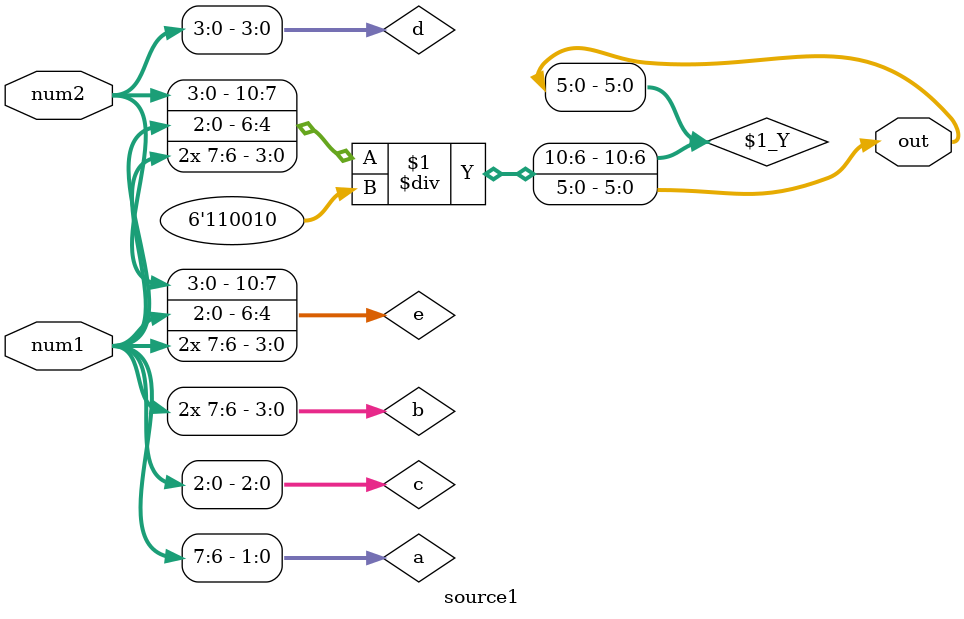
<source format=v>
`timescale 1ns / 1ps

module source1( num1,num2,out );
    input [7:0] num1;
    input [7:0] num2;
    output [5:0] out;
    
    wire [1:0] a; // array gibi düþün.
    wire [3:0] b;
    wire [2:0] c;
    wire [3:0] d;
    wire [10:0] e;
    parameter coef=6'b110010;   // constant sayýlarý parameter adý altýnda tanýmlanýr
    
    assign a=num1[7:6];
    assign b={2{a}}; // {x{a}}replicate demek x tekrar sayýsý,a content,içinde ne varsa 2 defa yazýlýr,
    // mesela emma var ise {2{a}} ise emmaemma olur
    assign c=num1[2:0]; 
    assign d=num2[3:0];  // toplamda 4 bit ,3,2,1,0 bitler. 3 to 0 ,burda soldan saða yazýyoruz
    assign e={d,c,b}; // {} in anlamý concatanete demek ,python da append gibi sonuna ekliyor
    assign out=e/coef;
 
endmodule
/*
sum  +
subtraction -
multiplication *
divide  /
modules  %
*/


</source>
